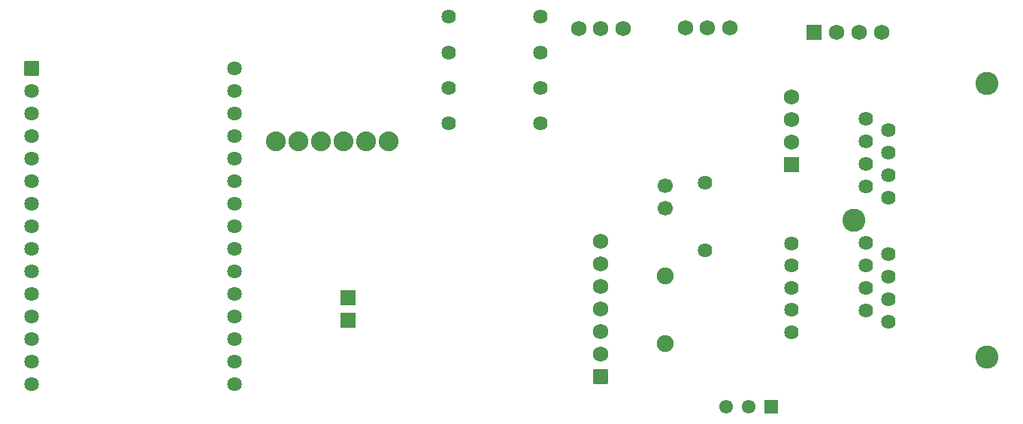
<source format=gbs>
G04 Layer: BottomSolderMaskLayer*
G04 EasyEDA v6.5.22, 2022-11-12 17:47:35*
G04 ce38d28f7cee49089ddcaa43e1d23f5c,50c4fdda8110441fb1e293bfd2639754,10*
G04 Gerber Generator version 0.2*
G04 Scale: 100 percent, Rotated: No, Reflected: No *
G04 Dimensions in millimeters *
G04 leading zeros omitted , absolute positions ,4 integer and 5 decimal *
%FSLAX45Y45*%
%MOMM*%

%AMMACRO1*1,1,$1,$2,$3*1,1,$1,$4,$5*1,1,$1,0-$2,0-$3*1,1,$1,0-$4,0-$5*20,1,$1,$2,$3,$4,$5,0*20,1,$1,$4,$5,0-$2,0-$3,0*20,1,$1,0-$2,0-$3,0-$4,0-$5,0*20,1,$1,0-$4,0-$5,$2,$3,0*4,1,4,$2,$3,$4,$5,0-$2,0-$3,0-$4,0-$5,$2,$3,0*%
%ADD10C,1.7272*%
%ADD11MACRO1,0.2032X0.762X-0.762X-0.762X-0.762*%
%ADD12MACRO1,0.2032X0.762X0.762X0.762X-0.762*%
%ADD13C,2.6016*%
%ADD14C,1.6256*%
%ADD15MACRO1,0.1016X0.762X-0.762X-0.762X-0.762*%
%ADD16C,1.7000*%
%ADD17C,1.9000*%
%ADD18MACRO1,0.1016X-0.765X0.765X0.765X0.765*%
%ADD19C,1.6317*%
%ADD20C,2.2352*%
%ADD21C,1.5497*%
%ADD22MACRO1,0.1016X0.724X-0.724X-0.724X-0.724*%

%LPD*%
D10*
G01*
X10360583Y4817084D03*
G01*
X10106583Y4817084D03*
G01*
X9852583Y4817084D03*
D11*
G01*
X9598581Y4817089D03*
D10*
G01*
X9342856Y4090517D03*
G01*
X9342856Y3836517D03*
G01*
X9342856Y3582517D03*
D12*
G01*
X9342856Y3328517D03*
D13*
G01*
X10050475Y2700096D03*
G01*
X11549481Y4243476D03*
G01*
X11549481Y1156487D03*
D14*
G01*
X10185476Y3842994D03*
G01*
X10439476Y3715994D03*
G01*
X10185476Y3588994D03*
G01*
X10439476Y3461994D03*
G01*
X10185476Y3334994D03*
G01*
X10439476Y3207994D03*
G01*
X10185476Y3080994D03*
G01*
X10439476Y2953994D03*
G01*
X10185476Y2445994D03*
G01*
X10439476Y2318994D03*
G01*
X10185476Y2191994D03*
G01*
X10439476Y2064994D03*
G01*
X10185476Y1937994D03*
G01*
X10439476Y1810994D03*
G01*
X10185476Y1683994D03*
G01*
X10439476Y1556994D03*
G01*
X8369985Y3120999D03*
G01*
X8369985Y2358999D03*
G01*
X9349994Y1440002D03*
G01*
X9349994Y2440000D03*
G01*
X9349994Y1689988D03*
G01*
X9349994Y1940001D03*
G01*
X9349994Y2190013D03*
D15*
G01*
X7199985Y937996D03*
D10*
G01*
X7199985Y1191996D03*
G01*
X7199985Y1445996D03*
G01*
X7199985Y1699996D03*
G01*
X7199985Y1953996D03*
G01*
X7199985Y2207996D03*
G01*
X7199985Y2461996D03*
D11*
G01*
X4349986Y1572996D03*
G01*
X4349986Y1826996D03*
D14*
G01*
X6514998Y4989982D03*
G01*
X5484977Y4989982D03*
G01*
X5484977Y4589983D03*
G01*
X6514998Y4589983D03*
G01*
X6514998Y4189984D03*
G01*
X5484977Y4189984D03*
G01*
X5484977Y3789984D03*
G01*
X6514998Y3789984D03*
D10*
G01*
X6949998Y4859985D03*
G01*
X7199985Y4859985D03*
G01*
X7449997Y4859985D03*
G01*
X8149996Y4869992D03*
G01*
X8399983Y4869992D03*
G01*
X8649995Y4869992D03*
D16*
G01*
X7919973Y3088995D03*
G01*
X7919973Y2834995D03*
D17*
G01*
X7919973Y1310995D03*
G01*
X7919973Y2072995D03*
D18*
G01*
X786996Y4409208D03*
D19*
G01*
X786993Y4155211D03*
G01*
X786993Y3901211D03*
G01*
X786993Y3647211D03*
G01*
X786993Y3393211D03*
G01*
X786993Y3139211D03*
G01*
X786993Y2885211D03*
G01*
X786993Y2631211D03*
G01*
X786993Y2377211D03*
G01*
X786993Y2123211D03*
G01*
X786993Y1869211D03*
G01*
X786993Y1615211D03*
G01*
X786993Y1361211D03*
G01*
X786993Y1107211D03*
G01*
X786993Y853211D03*
G01*
X3072993Y853211D03*
G01*
X3072993Y1107211D03*
G01*
X3072993Y1361211D03*
G01*
X3072993Y1615211D03*
G01*
X3072993Y1869211D03*
G01*
X3072993Y2123211D03*
G01*
X3072993Y2377211D03*
G01*
X3072993Y2631211D03*
G01*
X3072993Y2885211D03*
G01*
X3072993Y3139211D03*
G01*
X3072993Y3393211D03*
G01*
X3072993Y3647211D03*
G01*
X3072993Y3901211D03*
G01*
X3072993Y4155211D03*
G01*
X3072993Y4409211D03*
D20*
G01*
X3537991Y3591991D03*
G01*
X3791991Y3591991D03*
G01*
X4045991Y3591991D03*
G01*
X4299991Y3591991D03*
G01*
X4553991Y3591991D03*
G01*
X4807991Y3591991D03*
D21*
G01*
X8859977Y596010D03*
D22*
G01*
X9113982Y596003D03*
D21*
G01*
X8605977Y596010D03*
M02*

</source>
